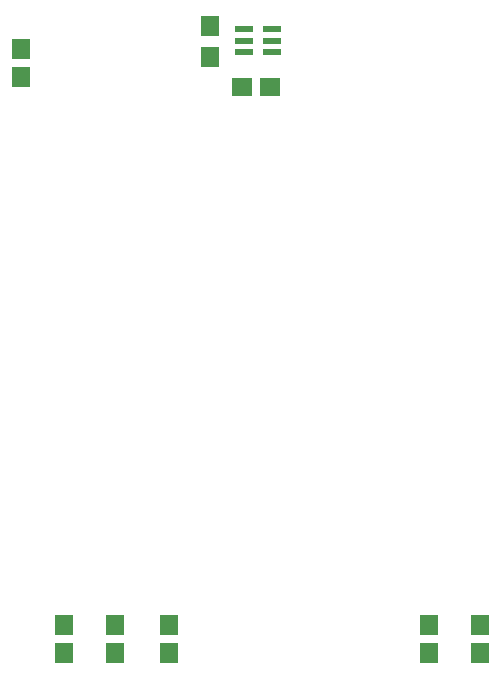
<source format=gtp>
%FSTAX23Y23*%
%MOIN*%
%SFA1B1*%

%IPPOS*%
%AMD16*
4,1,8,0.025600,0.011600,-0.025600,0.011600,-0.028500,0.008700,-0.028500,-0.008700,-0.025600,-0.011600,0.025600,-0.011600,0.028500,-0.008700,0.028500,0.008700,0.025600,0.011600,0.0*
1,1,0.005811,0.025600,0.008700*
1,1,0.005811,-0.025600,0.008700*
1,1,0.005811,-0.025600,-0.008700*
1,1,0.005811,0.025600,-0.008700*
%
%ADD14R,0.059055X0.070866*%
%ADD15R,0.070866X0.059055*%
G04~CAMADD=16~8~0.0~0.0~570.9~232.3~29.1~0.0~15~0.0~0.0~0.0~0.0~0~0.0~0.0~0.0~0.0~0~0.0~0.0~0.0~0.0~570.9~232.3*
%ADD16D16*%
%LNbinbot_board-1*%
%LPD*%
G54D14*
X00696Y-02347D03*
Y-02442D03*
X00831Y-00353D03*
Y-00456D03*
X01561Y-02347D03*
Y-02442D03*
X01731Y-02347D03*
Y-02442D03*
X00516D03*
Y-02347D03*
X00346Y-02442D03*
Y-02347D03*
X00201Y-00522D03*
Y-00427D03*
G54D15*
X00938Y-00555D03*
X01033D03*
G54D16*
X00946Y-00362D03*
Y-004D03*
Y-00437D03*
X01037D03*
Y-004D03*
Y-00362D03*
M02*
</source>
